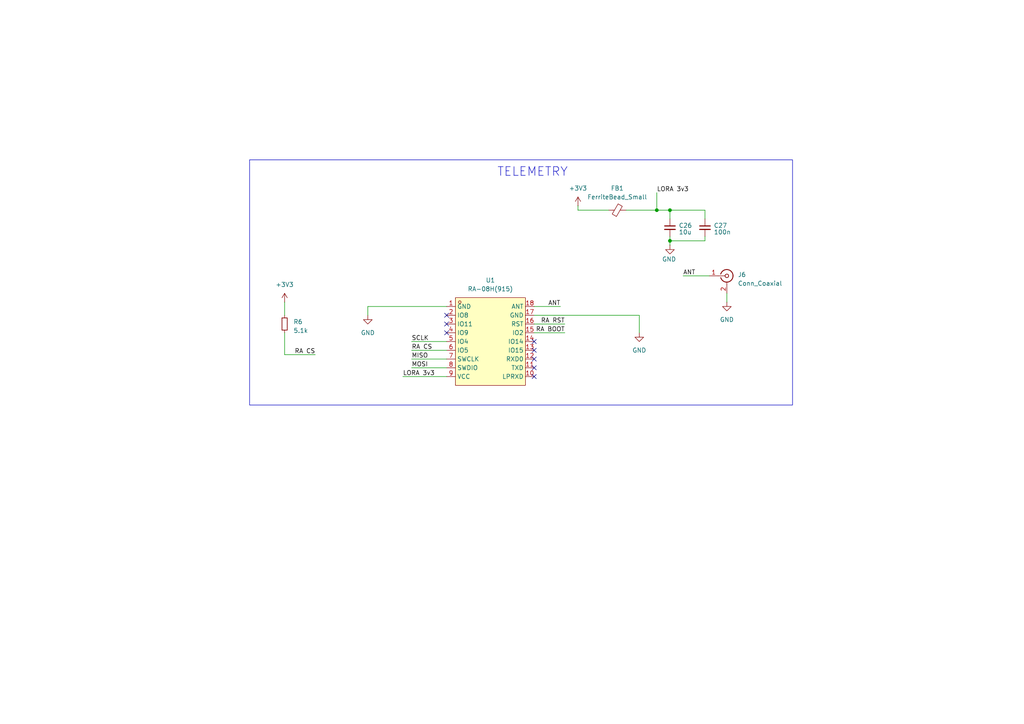
<source format=kicad_sch>
(kicad_sch (version 20231120) (generator "eeschema") (generator_version "8.0")
  (paper "A4")
  (lib_symbols
    (symbol "+3V3_1" (power) (pin_numbers hide) (pin_names (offset 0) hide)
      (property "Value" "+3V3" (at 0 3.556 0))
      (symbol "+3V3_1_0_1"
        (polyline (pts (xy -0.762 1.27) (xy 0 2.54)))
        (polyline (pts (xy 0 0) (xy 0 2.54)))
        (polyline (pts (xy 0 2.54) (xy 0.762 1.27)))
      )
      (symbol "+3V3_1_1_1"
        (pin power_in line (at 0 0 90) (length 0) (name "~") (number "1"))
      )
    )
    (symbol ".kicad_sym:RA-08H(915)"
      (property "Reference" "U" (at 0 15.24 0))
      (property "Value" "RA-08H(915)" (at 0 -15.24 0))
      (symbol "RA-08H(915)_0_1"
        (rectangle (start -10.16 12.7) (end 10.16 -12.7) (fill (type background)))
        (circle (center -8.89 11.43) (radius 0.38))
        (pin unspecified line (at -12.7 10.16 0) (length 2.54) (name "GND") (number "1"))
        (pin unspecified line (at 12.7 -10.16 180) (length 2.54) (name "LPRXD") (number "10"))
        (pin unspecified line (at 12.7 -7.62 180) (length 2.54) (name "TXD") (number "11"))
        (pin unspecified line (at 12.7 -5.08 180) (length 2.54) (name "RXD0") (number "12"))
        (pin unspecified line (at 12.7 -2.54 180) (length 2.54) (name "IO15") (number "13"))
        (pin unspecified line (at 12.7 0 180) (length 2.54) (name "IO14") (number "14"))
        (pin unspecified line (at 12.7 2.54 180) (length 2.54) (name "IO2") (number "15"))
        (pin unspecified line (at 12.7 5.08 180) (length 2.54) (name "RST") (number "16"))
        (pin unspecified line (at 12.7 7.62 180) (length 2.54) (name "GND") (number "17"))
        (pin unspecified line (at 12.7 10.16 180) (length 2.54) (name "ANT") (number "18"))
        (pin unspecified line (at -12.7 7.62 0) (length 2.54) (name "IO8") (number "2"))
        (pin unspecified line (at -12.7 5.08 0) (length 2.54) (name "IO11") (number "3"))
        (pin unspecified line (at -12.7 2.54 0) (length 2.54) (name "IO9") (number "4"))
        (pin unspecified line (at -12.7 0 0) (length 2.54) (name "IO4") (number "5"))
        (pin unspecified line (at -12.7 -2.54 0) (length 2.54) (name "IO5") (number "6"))
        (pin unspecified line (at -12.7 -5.08 0) (length 2.54) (name "SWCLK") (number "7"))
        (pin unspecified line (at -12.7 -7.62 0) (length 2.54) (name "SWDIO") (number "8"))
        (pin unspecified line (at -12.7 -10.16 0) (length 2.54) (name "VCC") (number "9"))
      )
    )
    (symbol "Connector:Conn_Coaxial" (pin_names (offset 1.016) hide)
      (property "Reference" "J" (at 0.254 3.048 0))
      (property "Value" "Conn_Coaxial" (at 2.921 0 90))
      (symbol "Conn_Coaxial_0_1"
        (arc (start -1.778 -0.508) (mid 0.2311 -1.8066) (end 1.778 0) (stroke (width 0.254)))
        (polyline (pts (xy -2.54 0) (xy -0.508 0)))
        (polyline (pts (xy 0 -2.54) (xy 0 -1.778)))
        (circle (center 0 0) (radius 0.508) (stroke (width 0.2032)))
        (arc (start 1.778 0) (mid 0.2099 1.8101) (end -1.778 0.508) (stroke (width 0.254)))
      )
      (symbol "Conn_Coaxial_1_1"
        (pin passive line (at -5.08 0 0) (length 2.54) (name "In") (number "1"))
        (pin passive line (at 0 -5.08 90) (length 2.54) (name "Ext") (number "2"))
      )
    )
    (symbol "Device:C_Small" (pin_numbers hide) (pin_names (offset 0.254) hide)
      (property "Reference" "C" (at 0.254 1.778 0))
      (property "Value" "C_Small" (at 0.254 -2.032 0))
      (symbol "C_Small_0_1"
        (polyline (pts (xy -1.524 -0.508) (xy 1.524 -0.508)) (stroke (width 0.3302)))
        (polyline (pts (xy -1.524 0.508) (xy 1.524 0.508)) (stroke (width 0.3048)))
      )
      (symbol "C_Small_1_1"
        (pin passive line (at 0 2.54 270) (length 2.032) (name "~") (number "1"))
        (pin passive line (at 0 -2.54 90) (length 2.032) (name "~") (number "2"))
      )
    )
    (symbol "Device:FerriteBead_Small" (pin_numbers hide) (pin_names (offset 0))
      (property "Reference" "FB" (at 1.905 1.27 0))
      (property "Value" "FerriteBead_Small" (at 1.905 -1.27 0))
      (symbol "FerriteBead_Small_0_1"
        (polyline (pts (xy 0 -1.27) (xy 0 -0.7874)))
        (polyline (pts (xy 0 0.889) (xy 0 1.2954)))
        (polyline (pts (xy -1.8288 0.2794) (xy -1.1176 1.4986) (xy 1.8288 -0.2032) (xy 1.1176 -1.4224) (xy -1.8288 0.2794)))
      )
      (symbol "FerriteBead_Small_1_1"
        (pin passive line (at 0 2.54 270) (length 1.27) (name "~") (number "1"))
        (pin passive line (at 0 -2.54 90) (length 1.27) (name "~") (number "2"))
      )
    )
    (symbol "Device:R_Small" (pin_numbers hide) (pin_names (offset 0.254) hide)
      (property "Reference" "R" (at 0.762 0.508 0))
      (property "Value" "R_Small" (at 0.762 -1.016 0))
      (symbol "R_Small_0_1"
        (rectangle (start -0.762 1.778) (end 0.762 -1.778) (stroke (width 0.2032)))
      )
      (symbol "R_Small_1_1"
        (pin passive line (at 0 2.54 270) (length 0.762) (name "~") (number "1"))
        (pin passive line (at 0 -2.54 90) (length 0.762) (name "~") (number "2"))
      )
    )
    (symbol "GND_1" (power) (pin_numbers hide) (pin_names (offset 0) hide)
      (property "Value" "GND" (at 0 -3.81 0))
      (symbol "GND_1_0_1"
        (polyline (pts (xy 0 0) (xy 0 -1.27) (xy 1.27 -1.27) (xy 0 -2.54) (xy -1.27 -1.27) (xy 0 -1.27)))
      )
      (symbol "GND_1_1_1"
        (pin power_in line (at 0 0 270) (length 0) (name "~") (number "1"))
      )
    )
  )
  (junction (at 194.31 60.96))
  (junction (at 194.31 69.85))
  (junction (at 190.5 60.96))
  (no_connect (at 154.94 104.14))
  (no_connect (at 154.94 99.06))
  (no_connect (at 154.94 101.6))
  (no_connect (at 129.54 91.44))
  (no_connect (at 154.94 106.68))
  (no_connect (at 129.54 96.52))
  (no_connect (at 129.54 93.98))
  (no_connect (at 154.94 109.22))
  (wire (pts (xy 106.68 91.44) (xy 106.68 88.9)))
  (wire (pts (xy 190.5 60.96) (xy 190.5 55.88)))
  (wire (pts (xy 185.42 96.52) (xy 185.42 91.44)))
  (wire (pts (xy 91.44 102.87) (xy 82.55 102.87)))
  (wire (pts (xy 106.68 88.9) (xy 129.54 88.9)))
  (wire (pts (xy 119.38 104.14) (xy 129.54 104.14)))
  (wire (pts (xy 205.74 80.01) (xy 198.12 80.01)))
  (wire (pts (xy 82.55 87.63) (xy 82.55 91.44)))
  (wire (pts (xy 194.31 68.58) (xy 194.31 69.85)))
  (wire (pts (xy 190.5 60.96) (xy 194.31 60.96)))
  (wire (pts (xy 154.94 88.9) (xy 162.56 88.9)))
  (wire (pts (xy 119.38 101.6) (xy 129.54 101.6)))
  (wire (pts (xy 185.42 91.44) (xy 154.94 91.44)))
  (wire (pts (xy 194.31 60.96) (xy 204.47 60.96)))
  (wire (pts (xy 119.38 99.06) (xy 129.54 99.06)))
  (wire (pts (xy 204.47 69.85) (xy 204.47 68.58)))
  (wire (pts (xy 194.31 69.85) (xy 204.47 69.85)))
  (wire (pts (xy 154.94 96.52) (xy 163.83 96.52)))
  (wire (pts (xy 194.31 60.96) (xy 194.31 63.5)))
  (wire (pts (xy 210.82 85.09) (xy 210.82 87.63)))
  (wire (pts (xy 116.84 109.22) (xy 129.54 109.22)))
  (wire (pts (xy 82.55 96.52) (xy 82.55 102.87)))
  (wire (pts (xy 204.47 60.96) (xy 204.47 63.5)))
  (wire (pts (xy 194.31 69.85) (xy 194.31 71.12)))
  (wire (pts (xy 167.64 59.69) (xy 167.64 60.96)))
  (wire (pts (xy 154.94 93.98) (xy 163.83 93.98)))
  (wire (pts (xy 167.64 60.96) (xy 176.53 60.96)))
  (wire (pts (xy 181.61 60.96) (xy 190.5 60.96)))
  (wire (pts (xy 119.38 106.68) (xy 129.54 106.68)))
  (rectangle (start 72.39 46.355) (end 229.87 117.475))
  (text "TELEMETRY" (at 144.145 51.435 0) (effects (font (size 2.54 2.54)) (justify left bottom)))
  (label "SCLK" (at 119.38 99.06 0))
  (label "MISO" (at 119.38 104.14 0))
  (label "ANT" (at 198.12 80.01 0))
  (label "ANT" (at 162.56 88.9 180))
  (label "LORA 3v3 " (at 116.84 109.22 0))
  (label "RA CS" (at 91.44 102.87 180))
  (label "RA RST" (at 163.83 93.98 180))
  (label "RA BOOT" (at 163.83 96.52 180))
  (label "LORA 3v3 " (at 190.5 55.88 0))
  (label "RA CS" (at 119.38 101.6 0))
  (label "MOSI" (at 119.38 106.68 0))
  (symbol (lib_name "GND_1") (lib_id "power:GND") (at 194.31 71.12 0) (unit 1)
    (property "Reference" "#PWR056" (effects (hide yes)))
    (property "Value" "GND" (at 194.056 75.184 0))
    (property "Description" "Power symbol creates a global label with name \"GND\" , ground" (effects (hide yes)))
  )
  (symbol (lib_id ".kicad_sym:RA-08H(915)") (at 142.24 99.06 0) (unit 1)
    (property "Reference" "U1" (at 142.24 81.28 0))
    (property "Value" "RA-08H(915)" (at 142.24 83.82 0))
    (property "Footprint" ":COMM-SMD_18P-L16.0-W16.0-P1.27-BL_RA-08H" (effects (hide yes)))
    (property "LCSC Part" "C2991932" (effects (hide yes)))
  )
  (symbol (lib_id "Device:C_Small") (at 194.31 66.04 0) (unit 1)
    (property "Reference" "C26" (at 196.85 65.4112 0) (effects (justify left)))
    (property "Value" "10u" (at 196.85 67.3163 0) (effects (justify left)))
    (property "Description" "Unpolarized capacitor, small symbol" (effects (hide yes)))
  )
  (symbol (lib_name "GND_1") (lib_id "power:GND") (at 210.82 87.63 0) (unit 1)
    (property "Reference" "#PWR064" (effects (hide yes)))
    (property "Value" "GND" (at 210.82 92.71 0))
    (property "Description" "Power symbol creates a global label with name \"GND\" , ground" (effects (hide yes)))
  )
  (symbol (lib_id "Device:R_Small") (at 82.55 93.98 0) (unit 1)
    (property "Reference" "R6" (at 85.09 93.345 0) (effects (justify left)))
    (property "Value" "5.1k" (at 85.09 95.885 0) (effects (justify left)))
    (property "Footprint" "Resistor_SMD:R_0402_1005Metric" (effects (hide yes)))
    (property "LCSC Part" "C25905" (effects (hide yes)))
  )
  (symbol (lib_id "Device:FerriteBead_Small") (at 179.07 60.96 90) (unit 1)
    (property "Reference" "FB1" (at 179.0319 54.61 90))
    (property "Value" "FerriteBead_Small" (at 179.0319 57.15 90))
    (property "Description" "Ferrite bead, small symbol" (effects (hide yes)))
  )
  (symbol (lib_name "GND_1") (lib_id "power:GND") (at 185.42 96.52 0) (unit 1)
    (property "Reference" "#PWR027" (effects (hide yes)))
    (property "Value" "GND" (at 185.42 101.6 0))
    (property "Description" "Power symbol creates a global label with name \"GND\" , ground" (effects (hide yes)))
  )
  (symbol (lib_name "+3V3_1") (lib_id "power:+3V3") (at 167.64 59.69 0) (unit 1)
    (property "Reference" "#PWR018" (effects (hide yes)))
    (property "Value" "+3V3" (at 167.64 54.61 0))
    (property "Description" "Power symbol creates a global label with name \"+3V3\"" (effects (hide yes)))
  )
  (symbol (lib_id "Connector:Conn_Coaxial") (at 210.82 80.01 0) (unit 1)
    (property "Reference" "J6" (at 213.995 79.6682 0) (effects (justify left)))
    (property "Value" "Conn_Coaxial" (at 213.995 82.2082 0) (effects (justify left)))
    (property "Footprint" "Connector_Coaxial:SMA_Amphenol_132289_EdgeMount" (effects (hide yes)))
    (property "Datasheet" " ~" (effects (hide yes)))
  )
  (symbol (lib_name "+3V3_1") (lib_id "power:+3V3") (at 82.55 87.63 0) (unit 1)
    (property "Reference" "#PWR013" (effects (hide yes)))
    (property "Value" "+3V3" (at 82.55 82.55 0))
    (property "Description" "Power symbol creates a global label with name \"+3V3\"" (effects (hide yes)))
  )
  (symbol (lib_id "Device:C_Small") (at 204.47 66.04 0) (unit 1)
    (property "Reference" "C27" (at 207.01 65.4112 0) (effects (justify left)))
    (property "Value" "100n" (at 207.01 67.3163 0) (effects (justify left)))
    (property "Description" "Unpolarized capacitor, small symbol" (effects (hide yes)))
  )
  (symbol (lib_name "GND_1") (lib_id "power:GND") (at 106.68 91.44 0) (unit 1)
    (property "Reference" "#PWR017" (effects (hide yes)))
    (property "Value" "GND" (at 106.68 96.52 0))
    (property "Description" "Power symbol creates a global label with name \"GND\" , ground" (effects (hide yes)))
  )
)
</source>
